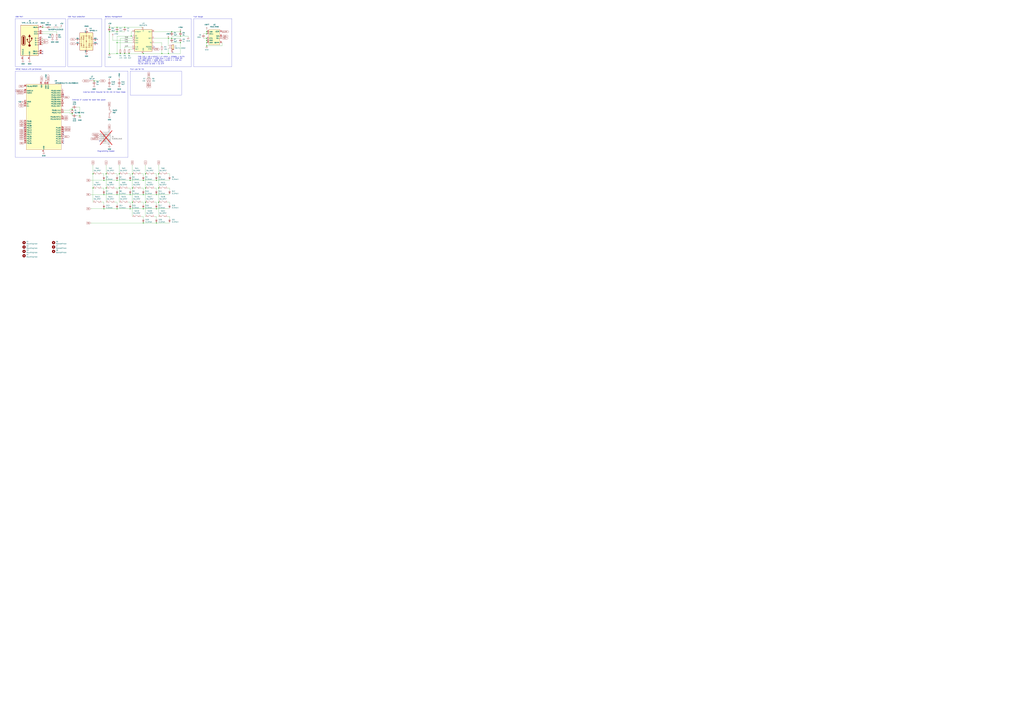
<source format=kicad_sch>
(kicad_sch (version 20231120) (generator "eeschema") (generator_version "8.0")
  (paper "A0")
  (junction (at 149.86 62.23) (diameter 0.9144))
  (junction (at 135.89 62.23) (diameter 0.9144))
  (junction (at 135.89 49.53) (diameter 0.9144))
  (junction (at 240.03 46.99))
  (junction (at 166.37 209.55))
  (junction (at 83.82 127))
  (junction (at 92.71 134.62))
  (junction (at 199.39 44.45) (diameter 0.9144))
  (junction (at 166.37 62.23) (diameter 0.9144))
  (junction (at 240.03 39.37))
  (junction (at 209.55 36.83))
  (junction (at 138.43 218.44))
  (junction (at 135.89 226.06))
  (junction (at 153.67 201.93))
  (junction (at 181.61 209.55))
  (junction (at 127 62.23) (diameter 0.9144))
  (junction (at 144.78 62.23) (diameter 0.9144))
  (junction (at 139.7 62.23) (diameter 0.9144))
  (junction (at 195.58 62.23))
  (junction (at 152.4 41.91))
  (junction (at 166.37 226.06))
  (junction (at 166.37 259.08))
  (junction (at 168.91 234.95))
  (junction (at 153.67 218.44))
  (junction (at 181.61 242.57))
  (junction (at 240.03 53.34))
  (junction (at 144.78 31.75))
  (junction (at 135.89 242.57))
  (junction (at 107.95 201.93))
  (junction (at 49.53 31.75))
  (junction (at 138.43 201.93))
  (junction (at 209.55 41.91) (diameter 0.9144))
  (junction (at 135.89 36.83))
  (junction (at 120.65 242.57))
  (junction (at 135.89 209.55))
  (junction (at 83.82 132.08))
  (junction (at 240.03 49.53))
  (junction (at 240.03 44.45))
  (junction (at 120.65 226.06))
  (junction (at 151.13 242.57))
  (junction (at 127 36.83))
  (junction (at 151.13 226.06))
  (junction (at 240.03 36.83))
  (junction (at 123.19 218.44))
  (junction (at 184.15 234.95))
  (junction (at 109.22 93.98))
  (junction (at 181.61 259.08))
  (junction (at 199.39 36.83) (diameter 0.9144))
  (junction (at 209.55 49.53) (diameter 0.9144))
  (junction (at 187.96 62.23))
  (junction (at 123.19 201.93))
  (junction (at 184.15 201.93))
  (junction (at 195.58 44.45))
  (junction (at 184.15 218.44))
  (junction (at 127 31.75))
  (junction (at 166.37 242.57))
  (junction (at 135.89 31.75))
  (junction (at 168.91 218.44))
  (junction (at 120.65 209.55))
  (junction (at 107.95 218.44))
  (junction (at 151.13 209.55))
  (junction (at 181.61 226.06))
  (junction (at 153.67 234.95))
  (junction (at 168.91 201.93))
  (no_connect (at 113.03 45.72))
  (no_connect (at 27.94 148.59))
  (no_connect (at 179.07 54.61))
  (no_connect (at 73.66 156.21))
  (no_connect (at 73.66 163.83))
  (no_connect (at 49.53 59.69))
  (no_connect (at 49.53 62.23))
  (no_connect (at 73.66 153.67))
  (no_connect (at 73.66 161.29))
  (no_connect (at 115.57 163.83))
  (no_connect (at 200.66 60.96))
  (no_connect (at 73.66 166.37))
  (no_connect (at 73.66 110.49))
  (no_connect (at 113.03 50.8))
  (wire (pts (xy 109.22 93.98) (xy 115.57 93.98)))
  (wire (pts (xy 153.67 191.77) (xy 153.67 201.93)))
  (wire (pts (xy 135.89 218.44) (xy 135.89 220.98)))
  (wire (pts (xy 151.13 209.55) (xy 166.37 209.55)))
  (wire (pts (xy 83.82 124.46) (xy 83.82 127)))
  (wire (pts (xy 118.11 234.95) (xy 120.65 234.95)))
  (wire (pts (xy 181.61 259.08) (xy 196.85 259.08)))
  (wire (pts (xy 166.37 226.06) (xy 181.61 226.06)))
  (wire (pts (xy 151.13 218.44) (xy 151.13 220.98)))
  (wire (pts (xy 194.31 201.93) (xy 196.85 201.93)))
  (wire (pts (xy 168.91 201.93) (xy 168.91 218.44)))
  (wire (pts (xy 196.85 251.46) (xy 196.85 254)))
  (wire (pts (xy 240.03 34.29) (xy 240.03 36.83)))
  (wire (pts (xy 152.4 36.83) (xy 152.4 41.91)))
  (wire (pts (xy 151.13 242.57) (xy 166.37 242.57)))
  (wire (pts (xy 49.53 36.83) (xy 66.04 36.83)))
  (wire (pts (xy 179.07 44.45) (xy 195.58 44.45)))
  (wire (pts (xy 218.44 41.91) (xy 209.55 41.91)))
  (wire (pts (xy 166.37 259.08) (xy 181.61 259.08)))
  (wire (pts (xy 179.07 234.95) (xy 181.61 234.95)))
  (wire (pts (xy 187.96 58.42) (xy 187.96 62.23)))
  (wire (pts (xy 181.61 234.95) (xy 181.61 237.49)))
  (wire (pts (xy 120.65 209.55) (xy 135.89 209.55)))
  (wire (pts (xy 181.61 242.57) (xy 196.85 242.57)))
  (wire (pts (xy 168.91 191.77) (xy 168.91 201.93)))
  (wire (pts (xy 152.4 41.91) (xy 153.67 41.91)))
  (wire (pts (xy 184.15 218.44) (xy 184.15 234.95)))
  (wire (pts (xy 181.61 251.46) (xy 181.61 254)))
  (wire (pts (xy 123.19 191.77) (xy 123.19 201.93)))
  (wire (pts (xy 153.67 218.44) (xy 153.67 234.95)))
  (wire (pts (xy 127 62.23) (xy 127 36.83)))
  (wire (pts (xy 120.65 201.93) (xy 120.65 204.47)))
  (wire (pts (xy 73.66 128.27) (xy 81.28 128.27)))
  (wire (pts (xy 120.65 218.44) (xy 120.65 220.98)))
  (wire (pts (xy 199.39 49.53) (xy 209.55 49.53)))
  (wire (pts (xy 105.41 242.57) (xy 120.65 242.57)))
  (wire (pts (xy 181.61 201.93) (xy 181.61 204.47)))
  (wire (pts (xy 179.07 201.93) (xy 181.61 201.93)))
  (wire (pts (xy 105.41 226.06) (xy 120.65 226.06)))
  (wire (pts (xy 130.81 46.99) (xy 153.67 46.99)))
  (wire (pts (xy 194.31 251.46) (xy 196.85 251.46)))
  (wire (pts (xy 257.81 49.53) (xy 257.81 53.34)))
  (wire (pts (xy 196.85 234.95) (xy 196.85 237.49)))
  (wire (pts (xy 144.78 31.75) (xy 166.37 31.75)))
  (wire (pts (xy 138.43 218.44) (xy 138.43 234.95)))
  (wire (pts (xy 187.96 53.34) (xy 187.96 49.53)))
  (wire (pts (xy 120.65 234.95) (xy 120.65 237.49)))
  (wire (pts (xy 49.53 39.37) (xy 60.96 39.37)))
  (wire (pts (xy 149.86 57.15) (xy 153.67 57.15)))
  (wire (pts (xy 153.67 234.95) (xy 153.67 251.46)))
  (wire (pts (xy 144.78 54.61) (xy 144.78 57.15)))
  (wire (pts (xy 58.42 31.75) (xy 62.23 31.75)))
  (wire (pts (xy 184.15 234.95) (xy 184.15 251.46)))
  (wire (pts (xy 163.83 251.46) (xy 166.37 251.46)))
  (wire (pts (xy 166.37 62.23) (xy 187.96 62.23)))
  (wire (pts (xy 166.37 234.95) (xy 166.37 237.49)))
  (wire (pts (xy 195.58 62.23) (xy 209.55 62.23)))
  (wire (pts (xy 135.89 201.93) (xy 135.89 204.47)))
  (wire (pts (xy 179.07 36.83) (xy 199.39 36.83)))
  (wire (pts (xy 168.91 234.95) (xy 168.91 251.46)))
  (wire (pts (xy 135.89 62.23) (xy 139.7 62.23)))
  (wire (pts (xy 153.67 201.93) (xy 153.67 218.44)))
  (wire (pts (xy 118.11 201.93) (xy 120.65 201.93)))
  (wire (pts (xy 153.67 36.83) (xy 152.4 36.83)))
  (wire (pts (xy 144.78 62.23) (xy 149.86 62.23)))
  (wire (pts (xy 83.82 132.08) (xy 83.82 134.62)))
  (wire (pts (xy 135.89 209.55) (xy 151.13 209.55)))
  (wire (pts (xy 135.89 41.91) (xy 135.89 49.53)))
  (wire (pts (xy 123.19 218.44) (xy 123.19 234.95)))
  (wire (pts (xy 105.41 259.08) (xy 166.37 259.08)))
  (wire (pts (xy 148.59 234.95) (xy 151.13 234.95)))
  (wire (pts (xy 240.03 36.83) (xy 240.03 39.37)))
  (wire (pts (xy 196.85 218.44) (xy 196.85 220.98)))
  (wire (pts (xy 135.89 41.91) (xy 152.4 41.91)))
  (wire (pts (xy 168.91 218.44) (xy 168.91 234.95)))
  (wire (pts (xy 135.89 49.53) (xy 153.67 49.53)))
  (wire (pts (xy 166.37 218.44) (xy 166.37 220.98)))
  (wire (pts (xy 135.89 226.06) (xy 151.13 226.06)))
  (wire (pts (xy 240.03 44.45) (xy 240.03 46.99)))
  (wire (pts (xy 73.66 130.81) (xy 81.28 130.81)))
  (wire (pts (xy 105.41 209.55) (xy 120.65 209.55)))
  (wire (pts (xy 240.03 46.99) (xy 240.03 49.53)))
  (wire (pts (xy 92.71 124.46) (xy 92.71 134.62)))
  (wire (pts (xy 195.58 44.45) (xy 199.39 44.45)))
  (wire (pts (xy 171.45 90.17) (xy 173.99 90.17)))
  (wire (pts (xy 120.65 242.57) (xy 135.89 242.57)))
  (wire (pts (xy 194.31 234.95) (xy 196.85 234.95)))
  (wire (pts (xy 88.9 134.62) (xy 92.71 134.62)))
  (wire (pts (xy 163.83 218.44) (xy 166.37 218.44)))
  (wire (pts (xy 166.37 242.57) (xy 181.61 242.57)))
  (wire (pts (xy 181.61 218.44) (xy 181.61 220.98)))
  (wire (pts (xy 257.81 53.34) (xy 240.03 53.34)))
  (wire (pts (xy 139.7 44.45) (xy 139.7 57.15)))
  (wire (pts (xy 133.35 218.44) (xy 135.89 218.44)))
  (wire (pts (xy 88.9 124.46) (xy 92.71 124.46)))
  (wire (pts (xy 135.89 242.57) (xy 151.13 242.57)))
  (wire (pts (xy 123.19 201.93) (xy 123.19 218.44)))
  (wire (pts (xy 151.13 226.06) (xy 166.37 226.06)))
  (wire (pts (xy 184.15 191.77) (xy 184.15 201.93)))
  (wire (pts (xy 120.65 226.06) (xy 135.89 226.06)))
  (wire (pts (xy 240.03 49.53) (xy 240.03 53.34)))
  (wire (pts (xy 81.28 130.81) (xy 81.28 132.08)))
  (wire (pts (xy 66.04 36.83) (xy 66.04 39.37)))
  (wire (pts (xy 107.95 218.44) (xy 107.95 234.95)))
  (wire (pts (xy 139.7 62.23) (xy 144.78 62.23)))
  (wire (pts (xy 135.89 36.83) (xy 144.78 36.83)))
  (wire (pts (xy 194.31 218.44) (xy 196.85 218.44)))
  (wire (pts (xy 133.35 234.95) (xy 135.89 234.95)))
  (wire (pts (xy 49.53 49.53) (xy 49.53 52.07)))
  (wire (pts (xy 148.59 201.93) (xy 151.13 201.93)))
  (wire (pts (xy 218.44 43.18) (xy 218.44 41.91)))
  (wire (pts (xy 199.39 41.91) (xy 209.55 41.91)))
  (wire (pts (xy 151.13 234.95) (xy 151.13 237.49)))
  (wire (pts (xy 135.89 49.53) (xy 135.89 62.23)))
  (wire (pts (xy 195.58 55.88) (xy 195.58 62.23)))
  (wire (pts (xy 127 36.83) (xy 135.89 36.83)))
  (wire (pts (xy 187.96 62.23) (xy 195.58 62.23)))
  (wire (pts (xy 179.07 251.46) (xy 181.61 251.46)))
  (wire (pts (xy 151.13 201.93) (xy 151.13 204.47)))
  (wire (pts (xy 236.22 39.37) (xy 240.03 39.37)))
  (wire (pts (xy 163.83 234.95) (xy 166.37 234.95)))
  (wire (pts (xy 138.43 191.77) (xy 138.43 201.93)))
  (wire (pts (xy 135.89 234.95) (xy 135.89 237.49)))
  (wire (pts (xy 107.95 201.93) (xy 107.95 218.44)))
  (wire (pts (xy 179.07 218.44) (xy 181.61 218.44)))
  (wire (pts (xy 133.35 201.93) (xy 135.89 201.93)))
  (wire (pts (xy 49.53 46.99) (xy 49.53 44.45)))
  (wire (pts (xy 81.28 132.08) (xy 83.82 132.08)))
  (wire (pts (xy 166.37 251.46) (xy 166.37 254)))
  (wire (pts (xy 130.81 46.99) (xy 130.81 41.91)))
  (wire (pts (xy 166.37 209.55) (xy 181.61 209.55)))
  (wire (pts (xy 118.11 218.44) (xy 120.65 218.44)))
  (wire (pts (xy 163.83 201.93) (xy 166.37 201.93)))
  (wire (pts (xy 199.39 44.45) (xy 209.55 44.45)))
  (wire (pts (xy 181.61 226.06) (xy 196.85 226.06)))
  (wire (pts (xy 196.85 201.93) (xy 196.85 204.47)))
  (wire (pts (xy 127 62.23) (xy 135.89 62.23)))
  (wire (pts (xy 81.28 128.27) (xy 81.28 127)))
  (wire (pts (xy 135.89 31.75) (xy 144.78 31.75)))
  (wire (pts (xy 195.58 44.45) (xy 195.58 53.34)))
  (wire (pts (xy 148.59 218.44) (xy 151.13 218.44)))
  (wire (pts (xy 181.61 209.55) (xy 196.85 209.55)))
  (wire (pts (xy 179.07 49.53) (xy 187.96 49.53)))
  (wire (pts (xy 127 31.75) (xy 135.89 31.75)))
  (wire (pts (xy 107.95 191.77) (xy 107.95 201.93)))
  (wire (pts (xy 199.39 36.83) (xy 209.55 36.83)))
  (wire (pts (xy 144.78 54.61) (xy 153.67 54.61)))
  (wire (pts (xy 236.22 44.45) (xy 240.03 44.45)))
  (wire (pts (xy 149.86 62.23) (xy 166.37 62.23)))
  (wire (pts (xy 49.53 31.75) (xy 53.34 31.75)))
  (wire (pts (xy 67.31 31.75) (xy 71.12 31.75)))
  (wire (pts (xy 209.55 62.23) (xy 209.55 49.53)))
  (wire (pts (xy 138.43 201.93) (xy 138.43 218.44)))
  (wire (pts (xy 139.7 44.45) (xy 153.67 44.45)))
  (wire (pts (xy 184.15 201.93) (xy 184.15 218.44)))
  (wire (pts (xy 166.37 201.93) (xy 166.37 204.47)))
  (wire (pts (xy 81.28 127) (xy 83.82 127)))
  (rectangle (start 78.74 21.59) (end 118.11 77.47))
  (rectangle (start 151.13 82.55) (end 210.82 110.49))
  (rectangle (start 224.79 21.59) (end 269.24 77.47))
  (rectangle (start 121.92 21.59) (end 222.25 77.47))
  (rectangle (start 17.78 82.55) (end 148.59 182.88))
  (rectangle (start 17.78 21.59) (end 76.2 77.47))
  (text "Fuel Gauge" (at 224.79 20.32 0) (effects (font (size 1.27 1.27)) (justify left bottom)))
  (text "Pull-ups for i2c" (at 151.13 81.28 0) (effects (font (size 1.27 1.27)) (justify left bottom)))
  (text "Programming header" (at 113.03 176.53 0) (effects (font (size 1.27 1.27)) (justify left bottom)))
  (text "USB Port" (at 17.78 20.32 0) (effects (font (size 1.27 1.27)) (justify left bottom)))
  (text "External LF crystal for lower idle power" (at 83.82 116.84 0) (effects (font (size 1.27 1.27)) (justify left bottom)))
  (text "Battery management" (at 121.92 20.32 0) (effects (font (size 1.27 1.27)) (justify left bottom)))
  (text "TMR: (10 x 48 s/kOhm) * 47 kOhm = 22560s = 6.27h\nILIM: 1550 AOhm / 1500 Ohm = 1.03 A = 1030 mA\nISET: 890 AOhm / 2200 Ohm = 0.404 A = 440 mA\nEN1: 1, EN2: 0 = 475 mA MAX\nTS: 10 kOhm to GND = no OTP" (at 160.02 74.93 0) (effects (font (size 1.27 1.27)) (justify left bottom)))
  (text "nRF52 module with peripherals" (at 17.78 81.28 0) (effects (font (size 1.27 1.27)) (justify left bottom)))
  (text "External DCCH inductor for DC-DC HV input mode" (at 96.52 107.95 0) (effects (font (size 1.27 1.27)) (justify left bottom)))
  (text "ESD input protection" (at 78.74 20.32 0) (effects (font (size 1.27 1.27)) (justify left bottom)))
  (label "EN2" (at 144.78 49.53 0))
  (label "ILIM" (at 144.78 54.61 0))
  (label "EN1" (at 144.78 46.99 0))
  (label "TMR" (at 144.78 44.45 0))
  (global_label "D-" (shape bidirectional) (at 87.63 50.8 180) (property "Intersheetrefs" "${INTERSHEET_REFS}" (effects (hide yes))))
  (global_label "DCCH" (shape bidirectional) (at 104.14 93.98 180) (property "Intersheetrefs" "${INTERSHEET_REFS}" (effects (hide yes))))
  (global_label "R2" (shape input) (at 27.94 146.05 180) (property "Intersheetrefs" "${INTERSHEET_REFS}" (effects (hide yes))))
  (global_label "LED_G" (shape input) (at 73.66 148.59 0) (property "Intersheetrefs" "${INTERSHEET_REFS}" (effects (hide yes))))
  (global_label "R2" (shape input) (at 105.41 242.57 180) (property "Intersheetrefs" "${INTERSHEET_REFS}" (effects (hide yes))))
  (global_label "D+" (shape bidirectional) (at 27.94 123.19 180) (property "Intersheetrefs" "${INTERSHEET_REFS}" (effects (hide yes))))
  (global_label "SWDCLK" (shape input) (at 115.57 161.29 180) (property "Intersheetrefs" "${INTERSHEET_REFS}" (effects (hide yes))))
  (global_label "C3" (shape input) (at 27.94 153.67 180) (property "Intersheetrefs" "${INTERSHEET_REFS}" (effects (hide yes))))
  (global_label "C4" (shape input) (at 27.94 158.75 180) (property "Intersheetrefs" "${INTERSHEET_REFS}" (effects (hide yes))))
  (global_label "SCL" (shape bidirectional) (at 173.99 95.25 270) (property "Intersheetrefs" "${INTERSHEET_REFS}" (effects (hide yes))))
  (global_label "C5" (shape input) (at 184.15 191.77 90) (property "Intersheetrefs" "${INTERSHEET_REFS}" (effects (hide yes))))
  (global_label "C0" (shape input) (at 107.95 191.77 90) (property "Intersheetrefs" "${INTERSHEET_REFS}" (effects (hide yes))))
  (global_label "R0" (shape input) (at 105.41 209.55 180) (property "Intersheetrefs" "${INTERSHEET_REFS}" (effects (hide yes))))
  (global_label "C4" (shape input) (at 168.91 191.77 90) (property "Intersheetrefs" "${INTERSHEET_REFS}" (effects (hide yes))))
  (global_label "R1" (shape input) (at 27.94 140.97 180) (property "Intersheetrefs" "${INTERSHEET_REFS}" (effects (hide yes))))
  (global_label "R1" (shape input) (at 105.41 226.06 180) (property "Intersheetrefs" "${INTERSHEET_REFS}" (effects (hide yes))))
  (global_label "SWDCLK" (shape input) (at 27.94 105.41 180) (property "Intersheetrefs" "${INTERSHEET_REFS}" (effects (hide yes))))
  (global_label "RST" (shape input) (at 127 124.46 90) (property "Intersheetrefs" "${INTERSHEET_REFS}" (effects (hide yes))))
  (global_label "R3" (shape input) (at 105.41 259.08 180) (property "Intersheetrefs" "${INTERSHEET_REFS}" (effects (hide yes))))
  (global_label "VDD" (shape input) (at 172.72 90.17 90) (property "Intersheetrefs" "${INTERSHEET_REFS}" (effects (hide yes))))
  (global_label "C2" (shape input) (at 73.66 138.43 0) (property "Intersheetrefs" "${INTERSHEET_REFS}" (effects (hide yes))))
  (global_label "C1" (shape input) (at 123.19 191.77 90) (property "Intersheetrefs" "${INTERSHEET_REFS}" (effects (hide yes))))
  (global_label "LED_B" (shape input) (at 73.66 151.13 0) (property "Intersheetrefs" "${INTERSHEET_REFS}" (effects (hide yes))))
  (global_label "SWDIO" (shape input) (at 27.94 107.95 180) (property "Intersheetrefs" "${INTERSHEET_REFS}" (effects (hide yes))))
  (global_label "D+" (shape bidirectional) (at 49.53 49.53 0) (property "Intersheetrefs" "${INTERSHEET_REFS}" (effects (hide yes))))
  (global_label "VDD" (shape bidirectional) (at 48.26 95.25 90) (property "Intersheetrefs" "${INTERSHEET_REFS}" (effects (hide yes))))
  (global_label "C2" (shape input) (at 138.43 191.77 90) (property "Intersheetrefs" "${INTERSHEET_REFS}" (effects (hide yes))))
  (global_label "SDA" (shape bidirectional) (at 171.45 95.25 270) (property "Intersheetrefs" "${INTERSHEET_REFS}" (effects (hide yes))))
  (global_label "D+" (shape bidirectional) (at 87.63 45.72 180) (property "Intersheetrefs" "${INTERSHEET_REFS}" (effects (hide yes))))
  (global_label "SCL" (shape bidirectional) (at 73.66 158.75 0) (property "Intersheetrefs" "${INTERSHEET_REFS}" (effects (hide yes))))
  (global_label "VDD" (shape bidirectional) (at 115.57 93.98 0) (property "Intersheetrefs" "${INTERSHEET_REFS}" (effects (hide yes))))
  (global_label "wk" (shape input) (at 27.94 143.51 180) (property "Intersheetrefs" "${INTERSHEET_REFS}" (effects (hide yes))))
  (global_label "R0" (shape input) (at 27.94 166.37 180) (property "Intersheetrefs" "${INTERSHEET_REFS}" (effects (hide yes))))
  (global_label "RST" (shape input) (at 27.94 100.33 180) (property "Intersheetrefs" "${INTERSHEET_REFS}" (effects (hide yes))))
  (global_label "SCL" (shape bidirectional) (at 257.81 44.45 0) (property "Intersheetrefs" "${INTERSHEET_REFS}" (effects (hide yes))))
  (global_label "C0" (shape input) (at 73.66 135.89 0) (property "Intersheetrefs" "${INTERSHEET_REFS}" (effects (hide yes))))
  (global_label "ALERT" (shape output) (at 257.81 36.83 0) (property "Intersheetrefs" "${INTERSHEET_REFS}" (effects (hide yes))))
  (global_label "D-" (shape bidirectional) (at 49.53 46.99 0) (property "Intersheetrefs" "${INTERSHEET_REFS}" (effects (hide yes))))
  (global_label "SWDIO" (shape input) (at 115.57 156.21 180) (property "Intersheetrefs" "${INTERSHEET_REFS}" (effects (hide yes))))
  (global_label "C1" (shape input) (at 27.94 161.29 180) (property "Intersheetrefs" "${INTERSHEET_REFS}" (effects (hide yes))))
  (global_label "C5" (shape input) (at 27.94 151.13 180) (property "Intersheetrefs" "${INTERSHEET_REFS}" (effects (hide yes))))
  (global_label "R3" (shape input) (at 27.94 156.21 180) (property "Intersheetrefs" "${INTERSHEET_REFS}" (effects (hide yes))))
  (global_label "VDD" (shape bidirectional) (at 127 151.13 90) (property "Intersheetrefs" "${INTERSHEET_REFS}" (effects (hide yes))))
  (global_label "C3" (shape input) (at 153.67 191.77 90) (property "Intersheetrefs" "${INTERSHEET_REFS}" (effects (hide yes))))
  (global_label "D-" (shape bidirectional) (at 27.94 120.65 180) (property "Intersheetrefs" "${INTERSHEET_REFS}" (effects (hide yes))))
  (global_label "SDA" (shape bidirectional) (at 257.81 41.91 0) (property "Intersheetrefs" "${INTERSHEET_REFS}" (effects (hide yes))))
  (global_label "~{CHG}" (shape output) (at 179.07 57.15 0) (property "Intersheetrefs" "${INTERSHEET_REFS}" (effects (hide yes))))
  (global_label "SDA" (shape bidirectional) (at 73.66 113.03 0) (property "Intersheetrefs" "${INTERSHEET_REFS}" (effects (hide yes))))
  (global_label "DCCH" (shape bidirectional) (at 55.88 95.25 90) (property "Intersheetrefs" "${INTERSHEET_REFS}" (effects (hide yes))))
  (global_label "RST" (shape input) (at 115.57 158.75 180) (property "Intersheetrefs" "${INTERSHEET_REFS}" (effects (hide yes))))
  (symbol (lib_id "power:+VSW") (at 130.81 41.91 0) (unit 1)
    (property "Reference" "#PWR010" (effects (hide yes)))
    (property "Value" "+VSW" (at 134.62 39.37 0))
  )
  (symbol (lib_id "Device:R_Small") (at 60.96 41.91 0) (unit 1)
    (property "Reference" "R1" (at 57.15 40.64 0) (effects (justify left)))
    (property "Value" "5k1" (at 55.88 43.18 0) (effects (justify left)))
    (property "Footprint" "Resistor_SMD:R_0402_1005Metric" (effects (hide yes)))
    (property "LCSC" "C25905" (effects (hide yes)))
  )
  (symbol (lib_id "Switch:SW_SPST") (at 173.99 234.95 0) (mirror y) (unit 1)
    (property "Reference" "SW17" (at 173.99 228.6 0))
    (property "Value" "SW_SPST" (at 173.99 231.14 0))
    (property "Footprint" "one:KS-27_KS-33_Hotswap_1U_DUAL" (effects (hide yes)))
  )
  (symbol (lib_id "Mechanical:MountingHole") (at 27.94 297.18 0) (unit 1)
    (property "Reference" "H4" (at 30.48 295.91 0) (effects (justify left)))
    (property "Value" "MountingHole" (at 30.48 298.45 0) (effects (justify left)))
    (property "Footprint" "one:Hole_4.2mm" (effects (hide yes)))
  )
  (symbol (lib_id "power:+5V") (at 127 31.75 0) (unit 1)
    (property "Reference" "#PWR06" (effects (hide yes)))
    (property "Value" "+5V" (at 127.381 27.3558 0))
  )
  (symbol (lib_id "Device:C_Small") (at 199.39 39.37 0) (unit 1)
    (property "Reference" "C4" (at 201.7268 38.2016 0) (effects (justify left)))
    (property "Value" "4u7" (at 201.7268 40.513 0) (effects (justify left)))
    (property "Footprint" "Capacitor_SMD:C_0402_1005Metric" (effects (hide yes)))
    (property "LCSC" "C23733" (effects (hide yes)))
    (property "Notes" "X7R, 10%" (effects (hide yes)))
  )
  (symbol (lib_id "Device:D_Small") (at 196.85 240.03 90) (unit 1)
    (property "Reference" "D18" (at 199.39 238.76 90) (effects (justify right)))
    (property "Value" "D_Small" (at 199.39 241.3 90) (effects (justify right)))
    (property "Footprint" "one:Diode_TH_SMD_DUAL" (effects (hide yes)))
    (property "Sim.Device" "D" (effects (hide yes)))
    (property "Sim.Pins" "1=K 2=A" (effects (hide yes)))
  )
  (symbol (lib_id "Switch:SW_SPST") (at 143.51 234.95 0) (mirror y) (unit 1)
    (property "Reference" "SW15" (at 143.51 228.6 0))
    (property "Value" "SW_SPST" (at 143.51 231.14 0))
    (property "Footprint" "one:KS-27_KS-33_Hotswap_1U_DUAL" (effects (hide yes)))
  )
  (symbol (lib_id "Device:Crystal_Small") (at 83.82 129.54 90) (unit 1)
    (property "Reference" "Y1" (at 86.36 128.27 90) (effects (justify right)))
    (property "Value" "32.768 KHz" (at 86.36 130.81 90) (effects (justify right)))
    (property "Footprint" "Crystal:Crystal_SMD_2012-2Pin_2.0x1.2mm" (effects (hide yes)))
    (property "Datasheet" "https://datasheet.lcsc.com/szlcsc/KDS-Daishinku-KDS-32-768KHz-12-5PF-20ppm_C93231.pdf" (effects (hide yes)))
    (property "LCSC" "C55208" (effects (hide yes)))
  )
  (symbol (lib_id "Device:D_Small") (at 135.89 207.01 90) (unit 1)
    (property "Reference" "D2" (at 138.43 205.74 90) (effects (justify right)))
    (property "Value" "D_Small" (at 138.43 208.28 90) (effects (justify right)))
    (property "Footprint" "one:Diode_TH_SMD_DUAL" (effects (hide yes)))
    (property "Sim.Device" "D" (effects (hide yes)))
    (property "Sim.Pins" "1=K 2=A" (effects (hide yes)))
  )
  (symbol (lib_id "Switch:SW_SPST") (at 143.51 218.44 0) (mirror y) (unit 1)
    (property "Reference" "SW9" (at 143.51 212.09 0))
    (property "Value" "SW_SPST" (at 143.51 214.63 0))
    (property "Footprint" "one:KS-27_KS-33_Hotswap_1U_DUAL" (effects (hide yes)))
  )
  (symbol (lib_id "Device:D_Small") (at 166.37 256.54 90) (unit 1)
    (property "Reference" "D19" (at 168.91 255.27 90) (effects (justify right)))
    (property "Value" "D_Small" (at 168.91 257.81 90) (effects (justify right)))
    (property "Footprint" "one:Diode_TH_SMD_DUAL" (effects (hide yes)))
    (property "Sim.Device" "D" (effects (hide yes)))
    (property "Sim.Pins" "1=K 2=A" (effects (hide yes)))
  )
  (symbol (lib_id "Device:C_Small") (at 138.43 96.52 0) (unit 1)
    (property "Reference" "C11" (at 140.97 95.2563 0) (effects (justify left)))
    (property "Value" "4u7" (at 140.97 97.7963 0) (effects (justify left)))
    (property "Footprint" "Capacitor_SMD:C_0402_1005Metric" (effects (hide yes)))
    (property "Notes" "X7R, 10%" (effects (hide yes)))
    (property "LCSC" "C23733" (effects (hide yes)))
  )
  (symbol (lib_id "power:GND") (at 26.67 69.85 0) (unit 1)
    (property "Reference" "#PWR018" (effects (hide yes)))
    (property "Value" "GND" (at 26.797 74.2442 0))
  )
  (symbol (lib_id "Device:D_Small") (at 151.13 207.01 90) (unit 1)
    (property "Reference" "D3" (at 153.67 205.74 90) (effects (justify right)))
    (property "Value" "D_Small" (at 153.67 208.28 90) (effects (justify right)))
    (property "Footprint" "one:Diode_TH_SMD_DUAL" (effects (hide yes)))
    (property "Sim.Device" "D" (effects (hide yes)))
    (property "Sim.Pins" "1=K 2=A" (effects (hide yes)))
  )
  (symbol (lib_id "Switch:SW_SPST") (at 189.23 234.95 0) (mirror y) (unit 1)
    (property "Reference" "SW18" (at 189.23 228.6 0))
    (property "Value" "SW_SPST" (at 189.23 231.14 0))
    (property "Footprint" "one:KS-27_KS-33_Hotswap_1U_DUAL" (effects (hide yes)))
  )
  (symbol (lib_id "Device:C_Small") (at 236.22 41.91 0) (unit 1)
    (property "Reference" "C6" (at 233.68 40.6462 0) (effects (justify right)))
    (property "Value" "100n" (at 233.68 43.1862 0) (effects (justify right)))
    (property "Footprint" "Capacitor_SMD:C_0402_1005Metric" (effects (hide yes)))
    (property "LCSC" "C307331" (effects (hide yes)))
  )
  (symbol (lib_id "Switch:SW_SPST") (at 128.27 201.93 0) (mirror y) (unit 1)
    (property "Reference" "SW2" (at 128.27 195.58 0))
    (property "Value" "SW_SPST" (at 128.27 198.12 0))
    (property "Footprint" "one:KS-27_KS-33_Hotswap_1U_DUAL" (effects (hide yes)))
  )
  (symbol (lib_id "power:GND") (at 60.96 44.45 0) (unit 1)
    (property "Reference" "#PWR012" (effects (hide yes)))
    (property "Value" "GND" (at 61.087 48.8442 0))
  )
  (symbol (lib_id "power:+VSW") (at 138.43 93.98 0) (unit 1)
    (property "Reference" "#PWR021" (effects (hide yes)))
    (property "Value" "+VSW" (at 138.43 87.63 90))
  )
  (symbol (lib_id "Device:D_Small") (at 120.65 240.03 90) (unit 1)
    (property "Reference" "D13" (at 123.19 238.76 90) (effects (justify right)))
    (property "Value" "D_Small" (at 123.19 241.3 90) (effects (justify right)))
    (property "Footprint" "one:Diode_TH_SMD_DUAL" (effects (hide yes)))
    (property "Sim.Device" "D" (effects (hide yes)))
    (property "Sim.Pins" "1=K 2=A" (effects (hide yes)))
  )
  (symbol (lib_id "power:GND") (at 100.33 60.96 0) (unit 1)
    (property "Reference" "#PWR016" (effects (hide yes)))
    (property "Value" "GND" (at 100.457 65.3542 0))
  )
  (symbol (lib_id "power:+5V") (at 127 93.98 0) (unit 1)
    (property "Reference" "#PWR020" (effects (hide yes)))
    (property "Value" "+5V" (at 127.381 89.5858 0))
  )
  (symbol (lib_id "Device:C_Small") (at 135.89 34.29 0) (unit 1)
    (property "Reference" "C2" (at 138.43 33.0263 0) (effects (justify left)))
    (property "Value" "4u7" (at 138.43 35.5663 0) (effects (justify left)))
    (property "Footprint" "Capacitor_SMD:C_0402_1005Metric" (effects (hide yes)))
    (property "LCSC" "C23733" (effects (hide yes)))
    (property "Notes" "X7R, 10%" (effects (hide yes)))
  )
  (symbol (lib_id "Switch:SW_SPST") (at 189.23 251.46 0) (mirror y) (unit 1)
    (property "Reference" "SW21" (at 189.23 245.11 0))
    (property "Value" "SW_SPST" (at 189.23 247.65 0))
    (property "Footprint" "one:KS-27_KS-33_Hotswap_1U_DUAL" (effects (hide yes)))
  )
  (symbol (lib_id "Switch:SW_SPST") (at 189.23 218.44 0) (mirror y) (unit 1)
    (property "Reference" "SW12" (at 189.23 212.09 0))
    (property "Value" "SW_SPST" (at 189.23 214.63 0))
    (property "Footprint" "one:KS-27_KS-33_Hotswap_1U_DUAL" (effects (hide yes)))
  )
  (symbol (lib_id "power:+5V") (at 27.94 118.11 90) (unit 1)
    (property "Reference" "#PWR026" (effects (hide yes)))
    (property "Value" "+5V" (at 22.86 118.11 90))
  )
  (symbol (lib_id "Device:D_Small") (at 196.85 207.01 90) (unit 1)
    (property "Reference" "D6" (at 199.39 205.74 90) (effects (justify right)))
    (property "Value" "D_Small" (at 199.39 208.28 90) (effects (justify right)))
    (property "Footprint" "one:Diode_TH_SMD_DUAL" (effects (hide yes)))
    (property "Sim.Device" "D" (effects (hide yes)))
    (property "Sim.Pins" "1=K 2=A" (effects (hide yes)))
  )
  (symbol (lib_id "Switch:SW_SPST") (at 128.27 234.95 0) (mirror y) (unit 1)
    (property "Reference" "SW14" (at 128.27 228.6 0))
    (property "Value" "SW_SPST" (at 128.27 231.14 0))
    (property "Footprint" "one:KS-27_KS-33_Hotswap_1U_DUAL" (effects (hide yes)))
  )
  (symbol (lib_id "Device:R_Small") (at 173.99 92.71 0) (unit 1)
    (property "Reference" "R8" (at 176.53 91.4399 0) (effects (justify left)))
    (property "Value" "10k" (at 176.53 93.9799 0) (effects (justify left)))
    (property "Footprint" "Resistor_SMD:R_0402_1005Metric" (effects (hide yes)))
    (property "LCSC" "C25744" (effects (hide yes)))
  )
  (symbol (lib_id "Device:R_Small") (at 149.86 59.69 0) (unit 1)
    (property "Reference" "R6" (at 148.59 64.77 0) (effects (justify left)))
    (property "Value" "2k2" (at 148.59 67.31 0) (effects (justify left)))
    (property "Footprint" "Resistor_SMD:R_0402_1005Metric" (effects (hide yes)))
    (property "LCSC" "C25879" (effects (hide yes)))
  )
  (symbol (lib_id "Mechanical:MountingHole") (at 62.23 281.94 0) (unit 1)
    (property "Reference" "H6" (at 64.77 280.67 0) (effects (justify left)))
    (property "Value" "StandoffHole" (at 64.77 283.21 0) (effects (justify left)))
    (property "Footprint" "one:Hole_2.2mm" (effects (hide yes)))
  )
  (symbol (lib_id "Device:R_Small") (at 144.78 59.69 0) (unit 1)
    (property "Reference" "R5" (at 143.51 64.77 0) (effects (justify left)))
    (property "Value" "1k5" (at 143.51 67.31 0) (effects (justify left)))
    (property "Footprint" "Resistor_SMD:R_0402_1005Metric" (effects (hide yes)))
    (property "LCSC" "C25867" (effects (hide yes)))
  )
  (symbol (lib_id "Device:R_Small") (at 187.96 55.88 0) (unit 1)
    (property "Reference" "R3" (at 190.5 54.61 0) (effects (justify left)))
    (property "Value" "10k" (at 190.5 57.15 0) (effects (justify left)))
    (property "Footprint" "Resistor_SMD:R_0402_1005Metric" (effects (hide yes)))
    (property "LCSC" "C25744" (effects (hide yes)))
  )
  (symbol (lib_id "Switch:SW_SPST") (at 143.51 201.93 0) (mirror y) (unit 1)
    (property "Reference" "SW3" (at 143.51 195.58 0))
    (property "Value" "SW_SPST" (at 143.51 198.12 0))
    (property "Footprint" "one:KS-27_KS-33_Hotswap_1U_DUAL" (effects (hide yes)))
  )
  (symbol (lib_id "power:VBUS") (at 100.33 35.56 0) (unit 1)
    (property "Reference" "#PWR08" (effects (hide yes)))
    (property "Value" "VBUS" (at 100.33 30.48 0))
  )
  (symbol (lib_id "power:VBUS") (at 49.53 31.75 0) (unit 1)
    (property "Reference" "#PWR04" (effects (hide yes)))
    (property "Value" "VBUS" (at 49.53 26.67 0))
  )
  (symbol (lib_id "Device:D_Small") (at 120.65 207.01 90) (unit 1)
    (property "Reference" "D1" (at 123.19 205.74 90) (effects (justify right)))
    (property "Value" "D_Small" (at 123.19 208.28 90) (effects (justify right)))
    (property "Footprint" "one:Diode_TH_SMD_DUAL" (effects (hide yes)))
    (property "Sim.Device" "D" (effects (hide yes)))
    (property "Sim.Pins" "1=K 2=A" (effects (hide yes)))
  )
  (symbol (lib_id "Device:L_Small") (at 106.68 93.98 90) (unit 1)
    (property "Reference" "L2" (at 106.68 88.9 90))
    (property "Value" "10 uH" (at 106.68 91.44 90))
    (property "Footprint" "Inductor_SMD:L_0603_1608Metric" (effects (hide yes)))
    (property "Notes" "80 mA, 20%" (effects (hide yes)))
    (property "LCSC" "C92982" (effects (hide yes)))
  )
  (symbol (lib_id "Device:D_Small") (at 166.37 207.01 90) (unit 1)
    (property "Reference" "D4" (at 168.91 205.74 90) (effects (justify right)))
    (property "Value" "D_Small" (at 168.91 208.28 90) (effects (justify right)))
    (property "Footprint" "one:Diode_TH_SMD_DUAL" (effects (hide yes)))
    (property "Sim.Device" "D" (effects (hide yes)))
    (property "Sim.Pins" "1=K 2=A" (effects (hide yes)))
  )
  (symbol (lib_id "Device:C_Small") (at 209.55 39.37 0) (unit 1)
    (property "Reference" "C5" (at 211.8868 38.2016 0) (effects (justify left)))
    (property "Value" "1u" (at 211.8868 40.513 0) (effects (justify left)))
    (property "Footprint" "Capacitor_SMD:C_0402_1005Metric" (effects (hide yes)))
    (property "LCSC" "C52923" (effects (hide yes)))
    (property "Notes" "X7R, 10%" (effects (hide yes)))
  )
  (symbol (lib_id "Device:C_Small") (at 144.78 34.29 0) (unit 1)
    (property "Reference" "C3" (at 147.32 33.0263 0) (effects (justify left)))
    (property "Value" "1u" (at 147.32 35.5663 0) (effects (justify left)))
    (property "Footprint" "Capacitor_SMD:C_0402_1005Metric" (effects (hide yes)))
    (property "LCSC" "C52923" (effects (hide yes)))
    (property "Notes" "X7R, 10%" (effects (hide yes)))
  )
  (symbol (lib_id "PCM_marbastlib-various:SRV05-4") (at 100.33 48.26 0) (unit 1)
    (property "Reference" "U4" (at 103.9561 33.02 0) (effects (justify left)))
    (property "Value" "SRV05-4" (at 103.9561 35.56 0) (effects (justify left)))
    (property "Footprint" "PCM_marbastlib-various:SOT-23-6-routable" (effects (hide yes)))
    (property "Datasheet" "http://www.onsemi.com/pub/Collateral/SRV05-4-D.PDF" (effects (hide yes)))
    (property "LCSC" "C7420376" (effects (hide yes)))
  )
  (symbol (lib_id "Device:C_Small") (at 86.36 134.62 90) (unit 1)
    (property "Reference" "C13" (at 86.36 140.4366 90))
    (property "Value" "12p" (at 86.36 138.1252 90))
    (property "Footprint" "Capacitor_SMD:C_0402_1005Metric" (effects (hide yes)))
    (property "Notes" "NP0, 2%" (effects (hide yes)))
    (property "LCSC" "C1547" (effects (hide yes)))
  )
  (symbol (lib_id "Device:D_Small") (at 181.61 223.52 90) (unit 1)
    (property "Reference" "D11" (at 184.15 222.25 90) (effects (justify right)))
    (property "Value" "D_Small" (at 184.15 224.79 90) (effects (justify right)))
    (property "Footprint" "one:Diode_TH_SMD_DUAL" (effects (hide yes)))
    (property "Sim.Device" "D" (effects (hide yes)))
    (property "Sim.Pins" "1=K 2=A" (effects (hide yes)))
  )
  (symbol (lib_id "power:GND") (at 127 134.62 0) (unit 1)
    (property "Reference" "#PWR028" (effects (hide yes)))
    (property "Value" "GND" (at 127.127 139.0142 0))
  )
  (symbol (lib_id "power:GND") (at 109.22 99.06 0) (unit 1)
    (property "Reference" "#PWR023" (effects (hide yes)))
    (property "Value" "GND" (at 109.22 103.505 0))
  )
  (symbol (lib_id "Mechanical:MountingHole") (at 27.94 287.02 0) (unit 1)
    (property "Reference" "H2" (at 30.48 285.75 0) (effects (justify left)))
    (property "Value" "MountingHole" (at 30.48 288.29 0) (effects (justify left)))
    (property "Footprint" "one:Hole_4.2mm" (effects (hide yes)))
  )
  (symbol (lib_id "power:GND") (at 138.43 99.06 0) (unit 1)
    (property "Reference" "#PWR025" (effects (hide yes)))
    (property "Value" "GND" (at 138.43 103.505 0))
  )
  (symbol (lib_id "Device:D_Small") (at 120.65 223.52 90) (unit 1)
    (property "Reference" "D7" (at 123.19 222.25 90) (effects (justify right)))
    (property "Value" "D_Small" (at 123.19 224.79 90) (effects (justify right)))
    (property "Footprint" "one:Diode_TH_SMD_DUAL" (effects (hide yes)))
    (property "Sim.Device" "D" (effects (hide yes)))
    (property "Sim.Pins" "1=K 2=A" (effects (hide yes)))
  )
  (symbol (lib_id "power:GND") (at 50.8 176.53 0) (unit 1)
    (property "Reference" "#PWR031" (effects (hide yes)))
    (property "Value" "GND" (at 50.8 180.975 0))
  )
  (symbol (lib_id "power:GND") (at 240.03 53.34 0) (unit 1)
    (property "Reference" "#PWR015" (effects (hide yes)))
    (property "Value" "GND" (at 240.03 57.785 0))
  )
  (symbol (lib_id "Switch:SW_SPST") (at 113.03 201.93 0) (mirror y) (unit 1)
    (property "Reference" "SW1" (at 113.03 195.58 0))
    (property "Value" "SW_SPST" (at 113.03 198.12 0))
    (property "Footprint" "one:KS-27_KS-33_Hotswap_1U_DUAL" (effects (hide yes)))
  )
  (symbol (lib_id "Device:D_Small") (at 151.13 223.52 90) (unit 1)
    (property "Reference" "D9" (at 153.67 222.25 90) (effects (justify right)))
    (property "Value" "D_Small" (at 153.67 224.79 90) (effects (justify right)))
    (property "Footprint" "one:Diode_TH_SMD_DUAL" (effects (hide yes)))
    (property "Sim.Device" "D" (effects (hide yes)))
    (property "Sim.Pins" "1=K 2=A" (effects (hide yes)))
  )
  (symbol (lib_id "PCM_marbastlib-various:nRF52840_E73-2G4M08S1C") (at 50.8 135.89 0) (unit 1)
    (property "Reference" "U5" (at 64.77 93.98 0))
    (property "Value" "nRF52840_E73-2G4M08S1C" (at 77.47 96.52 0))
    (property "Footprint" "PCM_marbastlib-various:nRF52840_E73-2G4M08S1C" (effects (hide yes)))
    (property "Datasheet" "https://www.ebyte.com/en/downpdf.aspx?id=445" (effects (hide yes)))
    (property "LCSC" "C356849" (effects (hide yes)))
  )
  (symbol (lib_id "power:GND") (at 127 62.23 0) (unit 1)
    (property "Reference" "#PWR017" (effects (hide yes)))
    (property "Value" "GND" (at 127.127 66.6242 0))
  )
  (symbol (lib_id "Battery_Management:BQ24075RGT") (at 166.37 46.99 0) (unit 1)
    (property "Reference" "U3" (at 166.37 27.1526 0))
    (property "Value" "BQ24075" (at 166.37 29.464 0))
    (property "Footprint" "Package_DFN_QFN:VQFN-16-1EP_3x3mm_P0.5mm_EP1.6x1.6mm" (effects (hide yes)))
    (property "Datasheet" "http://www.ti.com/lit/ds/symlink/bq24075.pdf" (effects (hide yes)))
    (property "LCSC" "C15464" (effects (hide yes)))
  )
  (symbol (lib_id "Device:D_Small") (at 166.37 240.03 90) (unit 1)
    (property "Reference" "D16" (at 168.91 238.76 90) (effects (justify right)))
    (property "Value" "D_Small" (at 168.91 241.3 90) (effects (justify right)))
    (property "Footprint" "one:Diode_TH_SMD_DUAL" (effects (hide yes)))
    (property "Sim.Device" "D" (effects (hide yes)))
    (property "Sim.Pins" "1=K 2=A" (effects (hide yes)))
  )
  (symbol (lib_id "Mechanical:MountingHole") (at 27.94 292.1 0) (unit 1)
    (property "Reference" "H3" (at 30.48 290.83 0) (effects (justify left)))
    (property "Value" "MountingHole" (at 30.48 293.37 0) (effects (justify left)))
    (property "Footprint" "one:Hole_4.2mm" (effects (hide yes)))
  )
  (symbol (lib_id "power:+5V") (at 71.12 31.75 0) (unit 1)
    (property "Reference" "#PWR05" (effects (hide yes)))
    (property "Value" "+5V" (at 71.501 27.3558 0))
  )
  (symbol (lib_id "PCM_marbastlib-various:TC2030_SWD") (at 121.92 161.29 0) (unit 1) (in_bom no) (dnp yes)
    (property "Reference" "J5" (at 129.54 158.75 0) (effects (justify left)))
    (property "Value" "TC2030_SWD" (at 129.54 161.29 0) (effects (justify left)))
    (property "Footprint" "PCM_marbastlib-various:CON_TC2030_outlined" (effects (hide yes)))
  )
  (symbol (lib_id "Switch:SW_SPST") (at 189.23 201.93 0) (mirror y) (unit 1)
    (property "Reference" "SW6" (at 189.23 195.58 0))
    (property "Value" "SW_SPST" (at 189.23 198.12 0))
    (property "Footprint" "one:KS-27_KS-33_Hotswap_1U_DUAL" (effects (hide yes)))
  )
  (symbol (lib_id "power:+VSW") (at 53.34 95.25 0) (unit 1)
    (property "Reference" "#PWR022" (effects (hide yes)))
    (property "Value" "+VSW" (at 53.34 88.9 90))
  )
  (symbol (lib_id "Switch:SW_SPST") (at 173.99 218.44 0) (mirror y) (unit 1)
    (property "Reference" "SW11" (at 173.99 212.09 0))
    (property "Value" "SW_SPST" (at 173.99 214.63 0))
    (property "Footprint" "one:KS-27_KS-33_Hotswap_1U_DUAL" (effects (hide yes)))
  )
  (symbol (lib_id "Device:C_Small") (at 199.39 46.99 0) (unit 1)
    (property "Reference" "C7" (at 201.7268 45.8216 0) (effects (justify left)))
    (property "Value" "4u7" (at 201.7268 48.133 0) (effects (justify left)))
    (property "Footprint" "Capacitor_SMD:C_0402_1005Metric" (effects (hide yes)))
    (property "LCSC" "C23733" (effects (hide yes)))
    (property "Notes" "X7R, 10%" (effects (hide yes)))
  )
  (symbol (lib_id "Switch:SW_SPST") (at 158.75 234.95 0) (mirror y) (unit 1)
    (property "Reference" "SW16" (at 158.75 228.6 0))
    (property "Value" "SW_SPST" (at 158.75 231.14 0))
    (property "Footprint" "one:KS-27_KS-33_Hotswap_1U_DUAL" (effects (hide yes)))
  )
  (symbol (lib_id "Connector:USB_C_Receptacle_USB2.0") (at 34.29 46.99 0) (unit 1)
    (property "Reference" "J3" (at 34.29 24.13 0))
    (property "Value" "TYPE-C-31-M-12" (at 34.29 26.67 0))
    (property "Footprint" "PCM_marbastlib-various:USB_C_Receptacle_HRO_TYPE-C-31-M-12" (effects (hide yes)))
    (property "Datasheet" "https://www.usb.org/sites/default/files/documents/usb_type-c.zip" (effects (hide yes)))
    (property "LCSC" "C165948" (effects (hide yes)))
  )
  (symbol (lib_id "power:GND") (at 218.44 43.18 0) (unit 1)
    (property "Reference" "#PWR011" (effects (hide yes)))
    (property "Value" "GND" (at 218.567 47.5742 0))
  )
  (symbol (lib_id "Device:D_Small") (at 196.85 256.54 90) (unit 1)
    (property "Reference" "D21" (at 199.39 255.27 90) (effects (justify right)))
    (property "Value" "D_Small" (at 199.39 257.81 90) (effects (justify right)))
    (property "Footprint" "one:Diode_TH_SMD_DUAL" (effects (hide yes)))
    (property "Sim.Device" "D" (effects (hide yes)))
    (property "Sim.Pins" "1=K 2=A" (effects (hide yes)))
  )
  (symbol (lib_id "Device:L_Small") (at 64.77 31.75 90) (unit 1)
    (property "Reference" "L1" (at 64.77 29.21 90))
    (property "Value" "BLM15PX121SN1D" (at 64.77 34.29 90))
    (property "Footprint" "Inductor_SMD:L_0402_1005Metric" (effects (hide yes)))
    (property "LCSC" "C88970" (effects (hide yes)))
  )
  (symbol (lib_id "Switch:SW_Push") (at 127 129.54 270) (unit 1)
    (property "Reference" "SW22" (at 130.81 128.27 90) (effects (justify left)))
    (property "Value" "RST" (at 130.81 130.81 90) (effects (justify left)))
    (property "Footprint" "PCM_marbastlib-various:SW_T1A2QR" (effects (hide yes)))
    (property "LCSC" "C100056" (effects (hide yes)))
  )
  (symbol (lib_id "Device:C_Small") (at 127 34.29 0) (unit 1)
    (property "Reference" "C1" (at 129.54 33.0263 0) (effects (justify left)))
    (property "Value" "4u7" (at 129.54 35.5663 0) (effects (justify left)))
    (property "Footprint" "Capacitor_SMD:C_0402_1005Metric" (effects (hide yes)))
    (property "LCSC" "C23733" (effects (hide yes)))
    (property "Notes" "X7R, 10%" (effects (hide yes)))
  )
  (symbol (lib_id "power:+BATT") (at 240.03 34.29 0) (unit 1)
    (property "Reference" "#PWR07" (effects (hide yes)))
    (property "Value" "+BATT" (at 240.03 28.575 0))
  )
  (symbol (lib_id "Device:C_Small") (at 109.22 96.52 0) (unit 1)
    (property "Reference" "C9" (at 111.76 95.2563 0) (effects (justify left)))
    (property "Value" "1u" (at 111.76 97.7963 0) (effects (justify left)))
    (property "Footprint" "Capacitor_SMD:C_0402_1005Metric" (effects (hide yes)))
    (property "Notes" "X7R, 10%" (effects (hide yes)))
    (property "LCSC" "C52923" (effects (hide yes)))
  )
  (symbol (lib_id "power:GND") (at 127 168.91 0) (unit 1)
    (property "Reference" "#PWR030" (effects (hide yes)))
    (property "Value" "GND" (at 127.127 173.3042 0))
  )
  (symbol (lib_id "Device:D_Small") (at 135.89 223.52 90) (unit 1)
    (property "Reference" "D8" (at 138.43 222.25 90) (effects (justify right)))
    (property "Value" "D_Small" (at 138.43 224.79 90) (effects (justify right)))
    (property "Footprint" "one:Diode_TH_SMD_DUAL" (effects (hide yes)))
    (property "Sim.Device" "D" (effects (hide yes)))
    (property "Sim.Pins" "1=K 2=A" (effects (hide yes)))
  )
  (symbol (lib_id "Switch:SW_SPST") (at 113.03 218.44 0) (mirror y) (unit 1)
    (property "Reference" "SW7" (at 113.03 212.09 0))
    (property "Value" "SW_SPST" (at 113.03 214.63 0))
    (property "Footprint" "one:KS-27_KS-33_Hotswap_1U_DUAL" (effects (hide yes)))
  )
  (symbol (lib_id "power:GND") (at 92.71 134.62 0) (unit 1)
    (property "Reference" "#PWR027" (effects (hide yes)))
    (property "Value" "GND" (at 92.71 139.7 0))
  )
  (symbol (lib_id "Device:C_Small") (at 86.36 124.46 90) (unit 1)
    (property "Reference" "C12" (at 86.36 120.9802 90))
    (property "Value" "12p" (at 86.36 118.6688 90))
    (property "Footprint" "Capacitor_SMD:C_0402_1005Metric" (effects (hide yes)))
    (property "Notes" "NP0, 2%" (effects (hide yes)))
    (property "LCSC" "C1547" (effects (hide yes)))
  )
  (symbol (lib_id "Device:R_Small") (at 171.45 92.71 0) (unit 1)
    (property "Reference" "R7" (at 168.91 91.4399 0) (effects (justify right)))
    (property "Value" "10k" (at 168.91 93.9799 0) (effects (justify right)))
    (property "Footprint" "Resistor_SMD:R_0402_1005Metric" (effects (hide yes)))
    (property "LCSC" "C25744" (effects (hide yes)))
  )
  (symbol (lib_id "Device:R_Small") (at 66.04 41.91 0) (unit 1)
    (property "Reference" "R2" (at 67.5386 40.7416 0) (effects (justify left)))
    (property "Value" "5k1" (at 67.5386 43.053 0) (effects (justify left)))
    (property "Footprint" "Resistor_SMD:R_0402_1005Metric" (effects (hide yes)))
    (property "LCSC" "C25905" (effects (hide yes)))
  )
  (symbol (lib_id "Device:Polyfuse_Small") (at 55.88 31.75 270) (unit 1)
    (property "Reference" "F1" (at 55.88 26.543 90))
    (property "Value" "500mA" (at 55.88 28.8544 90))
    (property "Footprint" "Fuse:Fuse_0603_1608Metric" (effects (hide yes)))
    (property "LCSC" "C883095" (effects (hide yes)))
  )
  (symbol (lib_id "Switch:SW_SPST") (at 158.75 201.93 0) (mirror y) (unit 1)
    (property "Reference" "SW4" (at 158.75 195.58 0))
    (property "Value" "SW_SPST" (at 158.75 198.12 0))
    (property "Footprint" "one:KS-27_KS-33_Hotswap_1U_DUAL" (effects (hide yes)))
  )
  (symbol (lib_id "marbastlib-various:MAX17048") (at 248.92 43.18 0) (unit 1)
    (property "Reference" "U2" (at 248.92 28.575 0))
    (property "Value" "MAX17048" (at 248.92 31.115 0))
    (property "Footprint" "custom:DFN-8-1EP_2x2mm_P0.5mm_EP0.7x1.3mm" (effects (hide yes)))
    (property "Datasheet" "https://datasheets.maximintegrated.com/en/ds/MAX17048-MAX17049.pdf" (effects (hide yes)))
    (property "LCSC" "C2682616" (effects (hide yes)))
  )
  (symbol (lib_id "Device:D_Small") (at 181.61 240.03 90) (unit 1)
    (property "Reference" "D17" (at 184.15 238.76 90) (effects (justify right)))
    (property "Value" "D_Small" (at 184.15 241.3 90) (effects (justify right)))
    (property "Footprint" "one:Diode_TH_SMD_DUAL" (effects (hide yes)))
    (property "Sim.Device" "D" (effects (hide yes)))
    (property "Sim.Pins" "1=K 2=A" (effects (hide yes)))
  )
  (symbol (lib_id "Switch:SW_SPST") (at 128.27 218.44 0) (mirror y) (unit 1)
    (property "Reference" "SW8" (at 128.27 212.09 0))
    (property "Value" "SW_SPST" (at 128.27 214.63 0))
    (property "Footprint" "one:KS-27_KS-33_Hotswap_1U_DUAL" (effects (hide yes)))
  )
  (symbol (lib_id "Switch:SW_SPST") (at 158.75 251.46 0) (mirror y) (unit 1)
    (property "Reference" "SW19" (at 158.75 245.11 0))
    (property "Value" "SW_SPST" (at 158.75 247.65 0))
    (property "Footprint" "one:KS-27_KS-33_Hotswap_1U_DUAL" (effects (hide yes)))
  )
  (symbol (lib_id "Device:C_Small") (at 209.55 46.99 0) (unit 1)
    (property "Reference" "C8" (at 211.8868 45.8216 0) (effects (justify left)))
    (property "Value" "1u" (at 211.8868 48.133 0) (effects (justify left)))
    (property "Footprint" "Capacitor_SMD:C_0402_1005Metric" (effects (hide yes)))
    (property "LCSC" "C52923" (effects (hide yes)))
    (property "Notes" "X7R, 10%" (effects (hide yes)))
  )
  (symbol (lib_id "Mechanical:MountingHole") (at 62.23 287.02 0) (unit 1)
    (property "Reference" "H7" (at 64.77 285.75 0) (effects (justify left)))
    (property "Value" "StandoffHole" (at 64.77 288.29 0) (effects (justify left)))
    (property "Footprint" "one:Hole_2.2mm" (effects (hide yes)))
  )
  (symbol (lib_id "Connector_Generic_MountingPin:Conn_01x02_MountingPin") (at 200.66 53.34 0) (unit 1)
    (property "Reference" "J4" (at 202.692 53.5432 0) (effects (justify left)))
    (property "Value" "78171-0002" (at 202.692 55.8546 0) (effects (justify left)))
    (property "Footprint" "PCM_marbastlib-various:Molex_Pico-EZmate_78171-0002_1x02-1MP_P1.20mm_Vertical" (effects (hide yes)))
    (property "LCSC" "C505023" (effects (hide yes)))
  )
  (symbol (lib_id "Device:D_Small") (at 196.85 223.52 90) (unit 1)
    (property "Reference" "D12" (at 199.39 222.25 90) (effects (justify right)))
    (property "Value" "D_Small" (at 199.39 224.79 90) (effects (justify right)))
    (property "Footprint" "one:Diode_TH_SMD_DUAL" (effects (hide yes)))
    (property "Sim.Device" "D" (effects (hide yes)))
    (property "Sim.Pins" "1=K 2=A" (effects (hide yes)))
  )
  (symbol (lib_id "power:+BATT") (at 195.58 44.45 0) (unit 1)
    (property "Reference" "#PWR014" (effects (hide yes)))
    (property "Value" "+BATT" (at 195.58 39.37 0))
  )
  (symbol (lib_id "Device:R_Small") (at 139.7 59.69 0) (unit 1)
    (property "Reference" "R4" (at 138.43 64.77 0) (effects (justify left)))
    (property "Value" "47k" (at 138.43 67.31 0) (effects (justify left)))
    (property "Footprint" "Resistor_SMD:R_0402_1005Metric" (effects (hide yes)))
    (property "LCSC" "C25792" (effects (hide yes)))
  )
  (symbol (lib_id "power:GND") (at 66.04 44.45 0) (unit 1)
    (property "Reference" "#PWR013" (effects (hide yes)))
    (property "Value" "GND" (at 66.167 48.8442 0))
  )
  (symbol (lib_id "Switch:SW_SPST") (at 113.03 234.95 0) (mirror y) (unit 1)
    (property "Reference" "SW13" (at 113.03 228.6 0))
    (property "Value" "SW_SPST" (at 113.03 231.14 0))
    (property "Footprint" "one:KS-27_KS-33_Hotswap_1U_DUAL" (effects (hide yes)))
  )
  (symbol (lib_id "Device:D_Small") (at 151.13 240.03 90) (unit 1)
    (property "Reference" "D15" (at 153.67 238.76 90) (effects (justify right)))
    (property "Value" "D_Small" (at 153.67 241.3 90) (effects (justify right)))
    (property "Footprint" "one:Diode_TH_SMD_DUAL" (effects (hide yes)))
    (property "Sim.Device" "D" (effects (hide yes)))
    (property "Sim.Pins" "1=K 2=A" (effects (hide yes)))
  )
  (symbol (lib_id "power:+VSW") (at 209.55 36.83 0) (unit 1)
    (property "Reference" "#PWR09" (effects (hide yes)))
    (property "Value" "+VSW" (at 209.55 31.75 0))
  )
  (symbol (lib_id "Switch:SW_SPST") (at 158.75 218.44 0) (mirror y) (unit 1)
    (property "Reference" "SW10" (at 158.75 212.09 0))
    (property "Value" "SW_SPST" (at 158.75 214.63 0))
    (property "Footprint" "one:KS-27_KS-33_Hotswap_1U_DUAL" (effects (hide yes)))
  )
  (symbol (lib_id "Device:D_Small") (at 181.61 256.54 90) (unit 1)
    (property "Reference" "D20" (at 184.15 255.27 90) (effects (justify right)))
    (property "Value" "D_Small" (at 184.15 257.81 90) (effects (justify right)))
    (property "Footprint" "one:Diode_TH_SMD_DUAL" (effects (hide yes)))
    (property "Sim.Device" "D" (effects (hide yes)))
    (property "Sim.Pins" "1=K 2=A" (effects (hide yes)))
  )
  (symbol (lib_id "Switch:SW_SPST") (at 173.99 251.46 0) (mirror y) (unit 1)
    (property "Reference" "SW20" (at 173.99 245.11 0))
    (property "Value" "SW_SPST" (at 173.99 247.65 0))
    (property "Footprint" "one:KS-27_KS-33_Hotswap_1U_DUAL" (effects (hide yes)))
  )
  (symbol (lib_id "Mechanical:MountingHole") (at 27.94 281.94 0) (unit 1)
    (property "Reference" "H1" (at 30.48 280.67 0) (effects (justify left)))
    (property "Value" "MountingHole" (at 30.48 283.21 0) (effects (justify left)))
    (property "Footprint" "one:Hole_4.2mm" (effects (hide yes)))
  )
  (symbol (lib_id "Device:C_Small") (at 127 96.52 0) (unit 1)
    (property "Reference" "C10" (at 129.54 95.2563 0) (effects (justify left)))
    (property "Value" "4u7" (at 129.54 97.7963 0) (effects (justify left)))
    (property "Footprint" "Capacitor_SMD:C_0402_1005Metric" (effects (hide yes)))
    (property "Notes" "X7R, 10%" (effects (hide yes)))
    (property "LCSC" "C23733" (effects (hide yes)))
  )
  (symbol (lib_id "Switch:SW_SPST") (at 173.99 201.93 0) (mirror y) (unit 1)
    (property "Reference" "SW5" (at 173.99 195.58 0))
    (property "Value" "SW_SPST" (at 173.99 198.12 0))
    (property "Footprint" "one:KS-27_KS-33_Hotswap_1U_DUAL" (effects (hide yes)))
  )
  (symbol (lib_id "power:GND") (at 34.29 69.85 0) (unit 1)
    (property "Reference" "#PWR019" (effects (hide yes)))
    (property "Value" "GND" (at 34.417 74.2442 0))
  )
  (symbol (lib_id "Device:D_Small") (at 166.37 223.52 90) (unit 1)
    (property "Reference" "D10" (at 168.91 222.25 90) (effects (justify right)))
    (property "Value" "D_Small" (at 168.91 224.79 90) (effects (justify right)))
    (property "Footprint" "one:Diode_TH_SMD_DUAL" (effects (hide yes)))
    (property "Sim.Device" "D" (effects (hide yes)))
    (property "Sim.Pins" "1=K 2=A" (effects (hide yes)))
  )
  (symbol (lib_id "Device:D_Small") (at 181.61 207.01 90) (unit 1)
    (property "Reference" "D5" (at 184.15 205.74 90) (effects (justify right)))
    (property "Value" "D_Small" (at 184.15 208.28 90) (effects (justify right)))
    (property "Footprint" "one:Diode_TH_SMD_DUAL" (effects (hide yes)))
    (property "Sim.Device" "D" (effects (hide yes)))
    (property "Sim.Pins" "1=K 2=A" (effects (hide yes)))
  )
  (symbol (lib_id "power:GND") (at 127 99.06 0) (unit 1)
    (property "Reference" "#PWR024" (effects (hide yes)))
    (property "Value" "GND" (at 127 103.505 0))
  )
  (symbol (lib_id "Mechanical:MountingHole") (at 62.23 292.1 0) (unit 1)
    (property "Reference" "H8" (at 64.77 290.83 0) (effects (justify left)))
    (property "Value" "StandoffHole" (at 64.77 293.37 0) (effects (justify left)))
    (property "Footprint" "one:Hole_2.2mm" (effects (hide yes)))
  )
  (symbol (lib_id "Device:D_Small") (at 135.89 240.03 90) (unit 1)
    (property "Reference" "D14" (at 138.43 238.76 90) (effects (justify right)))
    (property "Value" "D_Small" (at 138.43 241.3 90) (effects (justify right)))
    (property "Footprint" "one:Diode_TH_SMD_DUAL" (effects (hide yes)))
    (property "Sim.Device" "D" (effects (hide yes)))
    (property "Sim.Pins" "1=K 2=A" (effects (hide yes)))
  )
)
</source>
